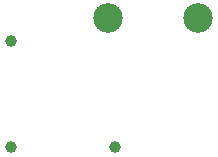
<source format=gbs>
%TF.GenerationSoftware,KiCad,Pcbnew,(6.0.10)*%
%TF.CreationDate,2023-07-19T18:34:21-05:00*%
%TF.ProjectId,MVS Pause Button,4d565320-5061-4757-9365-20427574746f,rev?*%
%TF.SameCoordinates,Original*%
%TF.FileFunction,Soldermask,Bot*%
%TF.FilePolarity,Negative*%
%FSLAX46Y46*%
G04 Gerber Fmt 4.6, Leading zero omitted, Abs format (unit mm)*
G04 Created by KiCad (PCBNEW (6.0.10)) date 2023-07-19 18:34:21*
%MOMM*%
%LPD*%
G01*
G04 APERTURE LIST*
%ADD10C,2.500000*%
%ADD11C,1.000000*%
G04 APERTURE END LIST*
D10*
%TO.C,J4*%
X114400000Y-42350000D03*
%TD*%
%TO.C,J2*%
X122050000Y-42350000D03*
%TD*%
D11*
%TO.C,REF\u002A\u002A*%
X106200000Y-53300000D03*
%TD*%
%TO.C,REF\u002A\u002A*%
X115000000Y-53300000D03*
%TD*%
%TO.C,REF\u002A\u002A*%
X106200000Y-44300000D03*
%TD*%
M02*

</source>
